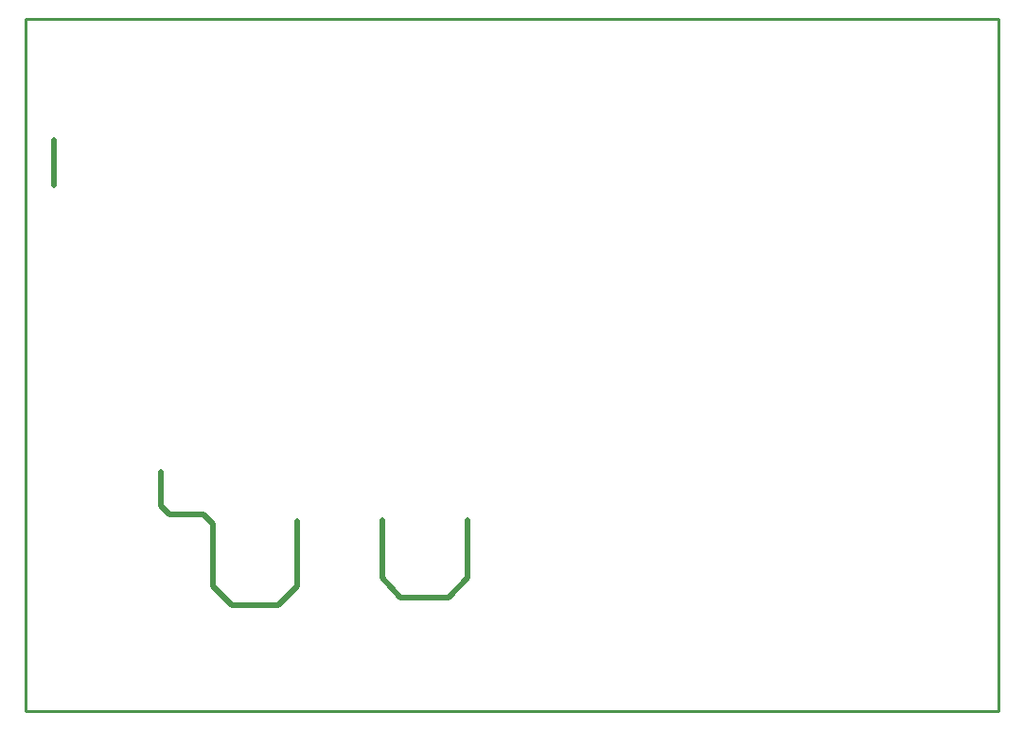
<source format=gbr>
G04*
G04 #@! TF.GenerationSoftware,Altium Limited,Altium Designer,25.0.2 (28)*
G04*
G04 Layer_Color=16711935*
%FSTAX25Y25*%
%MOIN*%
G70*
G04*
G04 #@! TF.SameCoordinates,1D9F657F-D979-4B8D-A71A-BEDC461EC683*
G04*
G04*
G04 #@! TF.FilePolarity,Positive*
G04*
G01*
G75*
%ADD14C,0.01000*%
%ADD61C,0.01968*%
D14*
X0Y0D02*
X034252D01*
X0Y0244094D02*
X034252D01*
Y0D02*
Y0244094D01*
X0Y0D02*
Y0244094D01*
D61*
X0010059Y0185531D02*
Y0201532D01*
X0155559Y0047032D02*
Y0067532D01*
X0132059Y0040031D02*
X0149059D01*
X0155559Y0047032D01*
X0125559D02*
X0132059Y0040031D01*
X0125559Y0047032D02*
Y0048531D01*
Y0067532D01*
X0066059Y0044032D02*
Y0049031D01*
Y0044032D02*
X0072559Y0037532D01*
X0089059D01*
X0066059Y0044032D02*
X0069559Y0040532D01*
X0072559Y0037532D01*
X0095559Y0056532D02*
Y0067032D01*
Y0044032D02*
Y0056532D01*
X0092059Y0040532D02*
X0095559Y0044032D01*
X0089059Y0037532D02*
X0092059Y0040532D01*
X0066059Y0045531D02*
Y0066031D01*
X0062559Y0069532D02*
X0066059Y0066031D01*
X0061559Y0069532D02*
X0062559D01*
X0050559D02*
X0061559D01*
X0047559Y0072531D02*
X0050559Y0069532D01*
X0047559Y0072531D02*
Y0074532D01*
Y0075532D01*
Y0084531D01*
M02*

</source>
